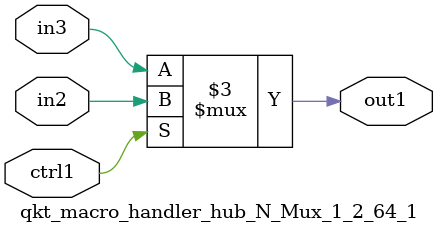
<source format=v>

`timescale 1ps / 1ps


module qkt_macro_handler_hub_N_Mux_1_2_64_1( in3, in2, ctrl1, out1 );

    input in3;
    input in2;
    input ctrl1;
    output out1;
    reg out1;

    
    // rtl_process:qkt_macro_handler_hub_N_Mux_1_2_64_1/qkt_macro_handler_hub_N_Mux_1_2_64_1_thread_1
    always @*
      begin : qkt_macro_handler_hub_N_Mux_1_2_64_1_thread_1
        case (ctrl1) 
          1'b1: 
            begin
              out1 = in2;
            end
          default: 
            begin
              out1 = in3;
            end
        endcase
      end

endmodule


</source>
